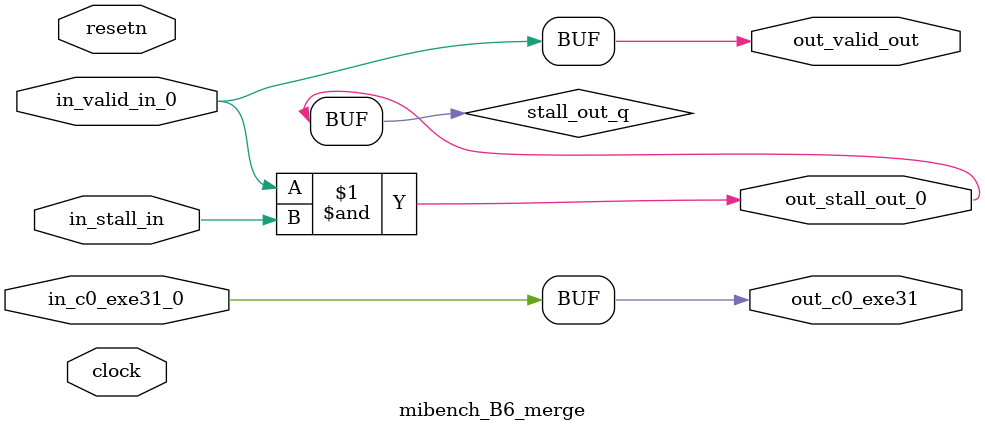
<source format=sv>



(* altera_attribute = "-name AUTO_SHIFT_REGISTER_RECOGNITION OFF; -name MESSAGE_DISABLE 10036; -name MESSAGE_DISABLE 10037; -name MESSAGE_DISABLE 14130; -name MESSAGE_DISABLE 14320; -name MESSAGE_DISABLE 15400; -name MESSAGE_DISABLE 14130; -name MESSAGE_DISABLE 10036; -name MESSAGE_DISABLE 12020; -name MESSAGE_DISABLE 12030; -name MESSAGE_DISABLE 12010; -name MESSAGE_DISABLE 12110; -name MESSAGE_DISABLE 14320; -name MESSAGE_DISABLE 13410; -name MESSAGE_DISABLE 113007; -name MESSAGE_DISABLE 10958" *)
module mibench_B6_merge (
    input wire [0:0] in_c0_exe31_0,
    input wire [0:0] in_stall_in,
    input wire [0:0] in_valid_in_0,
    output wire [0:0] out_c0_exe31,
    output wire [0:0] out_stall_out_0,
    output wire [0:0] out_valid_out,
    input wire clock,
    input wire resetn
    );

    wire [0:0] stall_out_q;


    // out_c0_exe31(GPOUT,5)
    assign out_c0_exe31 = in_c0_exe31_0;

    // stall_out(LOGICAL,8)
    assign stall_out_q = in_valid_in_0 & in_stall_in;

    // out_stall_out_0(GPOUT,6)
    assign out_stall_out_0 = stall_out_q;

    // out_valid_out(GPOUT,7)
    assign out_valid_out = in_valid_in_0;

endmodule

</source>
